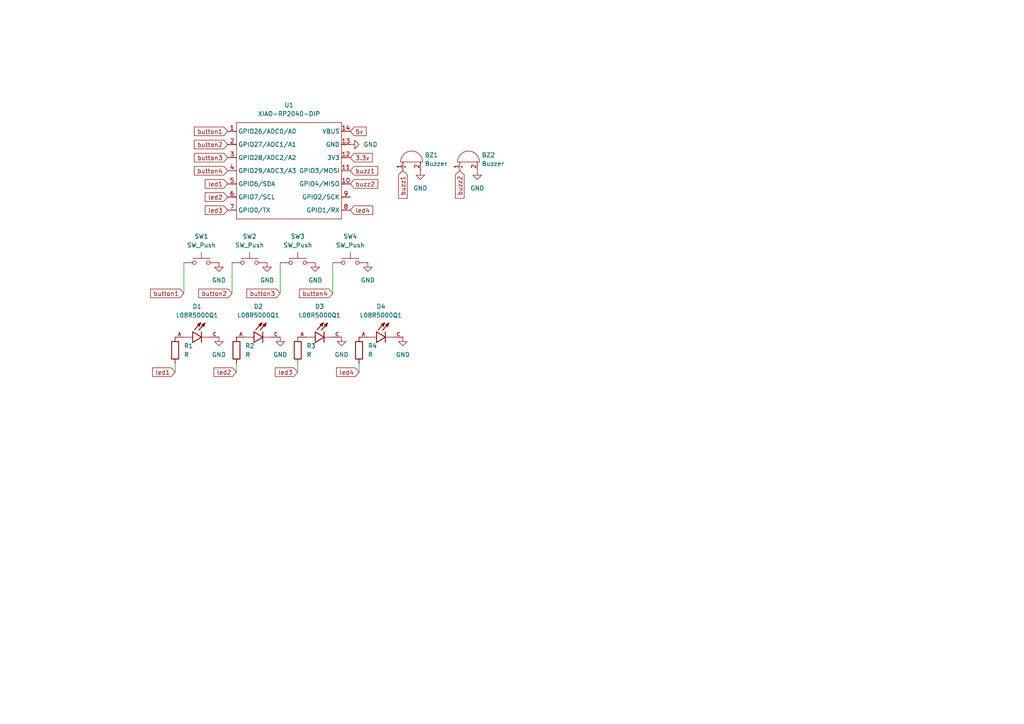
<source format=kicad_sch>
(kicad_sch (version 20250114) (generator "eeschema") (generator_version "9.0")
  (paper "A4")
  (lib_symbols
    (symbol "Device:Buzzer" (pin_names (offset 0.0254) (hide yes))
      (property "Reference" "BZ" (at 3.81 1.27 0))
      (property "Value" "Buzzer" (at 3.81 -1.27 0))
      (symbol "Buzzer_0_1"
        (polyline (pts (xy -1.651 1.905) (xy -1.143 1.905)))
        (polyline (pts (xy -1.397 2.159) (xy -1.397 1.651)))
        (arc (start 0 3.175) (mid 3.1612 0) (end 0 -3.175))
        (polyline (pts (xy 0 3.175) (xy 0 -3.175)))
      )
      (symbol "Buzzer_1_1"
        (pin passive line (at -2.54 2.54 0) (length 2.54) (name "+") (number "1"))
        (pin passive line (at -2.54 -2.54 0) (length 2.54) (name "-") (number "2"))
      )
    )
    (symbol "Device:R" (pin_numbers (hide yes)) (pin_names (offset 0))
      (property "Reference" "R" (at 2.032 0 90))
      (property "Value" "R" (at 0 0 90))
      (symbol "R_0_1"
        (rectangle (start -1.016 -2.54) (end 1.016 2.54) (stroke (width 0.254)))
      )
      (symbol "R_1_1"
        (pin passive line (at 0 3.81 270) (length 1.27) (name "~") (number "1"))
        (pin passive line (at 0 -3.81 90) (length 1.27) (name "~") (number "2"))
      )
    )
    (symbol "LED PATHFINDER:L08R5000Q1" (pin_names (offset 1.016))
      (property "Reference" "D" (at -3.0988 4.4958 0))
      (property "Value" "L08R5000Q1" (at -3.556 -3.302 0))
      (symbol "L08R5000Q1_0_0"
        (polyline (pts (xy -2.54 1.524) (xy -2.54 0)) (stroke (width 0.254)))
        (polyline (pts (xy -2.54 0) (xy -5.08 0)) (stroke (width 0.1524)))
        (polyline (pts (xy -2.54 0) (xy -2.54 -1.524)) (stroke (width 0.254)))
        (polyline (pts (xy -2.54 -1.524) (xy 0 0)) (stroke (width 0.254)))
        (polyline (pts (xy -1.1176 3.683) (xy -0.2286 4.1656)) (stroke (width 0.254)))
        (polyline (pts (xy -0.9398 3.6068) (xy -0.7112 3.7592)) (stroke (width 0.254)))
        (polyline (pts (xy -0.5588 3.2004) (xy -1.1176 3.683)) (stroke (width 0.254)))
        (polyline (pts (xy -0.5588 3.2004) (xy -0.5334 3.937)) (stroke (width 0.254)))
        (polyline (pts (xy -0.5334 3.937) (xy -0.6604 3.937)) (stroke (width 0.254)))
        (polyline (pts (xy -0.2286 4.1656) (xy -2.0066 2.1336)) (stroke (width 0.254)))
        (polyline (pts (xy -0.2286 4.1656) (xy -0.5588 3.2004)) (stroke (width 0.254)))
        (polyline (pts (xy 0 1.524) (xy 0 0)) (stroke (width 0.254)))
        (polyline (pts (xy 0 0) (xy -2.54 1.524)) (stroke (width 0.254)))
        (polyline (pts (xy 0 0) (xy 0 -1.524)) (stroke (width 0.254)))
        (polyline (pts (xy 0.127 3.5814) (xy 1.016 4.064)) (stroke (width 0.254)))
        (polyline (pts (xy 0.3048 3.5052) (xy 0.5334 3.6576)) (stroke (width 0.254)))
        (polyline (pts (xy 0.6858 3.0988) (xy 0.127 3.5814)) (stroke (width 0.254)))
        (polyline (pts (xy 0.6858 3.0988) (xy 0.7112 3.8354)) (stroke (width 0.254)))
        (polyline (pts (xy 0.7112 3.8354) (xy 0.5842 3.8354)) (stroke (width 0.254)))
        (polyline (pts (xy 1.016 4.064) (xy -0.762 2.032)) (stroke (width 0.254)))
        (polyline (pts (xy 1.016 4.064) (xy 0.6858 3.0988)) (stroke (width 0.254)))
        (polyline (pts (xy 2.54 0) (xy 0 0)) (stroke (width 0.1524)))
        (pin passive line (at -7.62 0 0) (length 2.54) (name "~") (number "A"))
        (pin passive line (at 5.08 0 180) (length 2.54) (name "~") (number "C"))
      )
    )
    (symbol "Switch:SW_Push" (pin_numbers (hide yes)) (pin_names (offset 1.016) (hide yes))
      (property "Reference" "SW" (at 1.27 2.54 0))
      (property "Value" "SW_Push" (at 0 -1.524 0))
      (symbol "SW_Push_0_1"
        (circle (center -2.032 0) (radius 0.508))
        (polyline (pts (xy 0 1.27) (xy 0 3.048)))
        (circle (center 2.032 0) (radius 0.508))
        (polyline (pts (xy 2.54 1.27) (xy -2.54 1.27)))
        (pin passive line (at -5.08 0 0) (length 2.54) (name "1") (number "1"))
        (pin passive line (at 5.08 0 180) (length 2.54) (name "2") (number "2"))
      )
    )
    (symbol "XIAO STUDIO:XIAO-RP2040-DIP"
      (property "Reference" "U" (at 0 0 0))
      (property "Value" "XIAO-RP2040-DIP" (at 5.334 -1.778 0))
      (symbol "XIAO-RP2040-DIP_1_0"
        (polyline (pts (xy -1.27 -2.54) (xy 29.21 -2.54)) (stroke (width 0.1524)))
        (polyline (pts (xy -1.27 -5.08) (xy -2.54 -5.08)) (stroke (width 0.1524)))
        (polyline (pts (xy -1.27 -5.08) (xy -1.27 -2.54)) (stroke (width 0.1524)))
        (polyline (pts (xy -1.27 -8.89) (xy -2.54 -8.89)) (stroke (width 0.1524)))
        (polyline (pts (xy -1.27 -8.89) (xy -1.27 -5.08)) (stroke (width 0.1524)))
        (polyline (pts (xy -1.27 -12.7) (xy -2.54 -12.7)) (stroke (width 0.1524)))
        (polyline (pts (xy -1.27 -12.7) (xy -1.27 -8.89)) (stroke (width 0.1524)))
        (polyline (pts (xy -1.27 -16.51) (xy -2.54 -16.51)) (stroke (width 0.1524)))
        (polyline (pts (xy -1.27 -16.51) (xy -1.27 -12.7)) (stroke (width 0.1524)))
        (polyline (pts (xy -1.27 -20.32) (xy -2.54 -20.32)) (stroke (width 0.1524)))
        (polyline (pts (xy -1.27 -24.13) (xy -2.54 -24.13)) (stroke (width 0.1524)))
        (polyline (pts (xy -1.27 -27.94) (xy -2.54 -27.94)) (stroke (width 0.1524)))
        (polyline (pts (xy -1.27 -30.48) (xy -1.27 -16.51)) (stroke (width 0.1524)))
        (polyline (pts (xy 29.21 -2.54) (xy 29.21 -5.08)) (stroke (width 0.1524)))
        (polyline (pts (xy 29.21 -5.08) (xy 29.21 -8.89)) (stroke (width 0.1524)))
        (polyline (pts (xy 29.21 -8.89) (xy 29.21 -12.7)) (stroke (width 0.1524)))
        (polyline (pts (xy 29.21 -12.7) (xy 29.21 -30.48)) (stroke (width 0.1524)))
        (polyline (pts (xy 29.21 -30.48) (xy -1.27 -30.48)) (stroke (width 0.1524)))
        (polyline (pts (xy 30.48 -5.08) (xy 29.21 -5.08)) (stroke (width 0.1524)))
        (polyline (pts (xy 30.48 -8.89) (xy 29.21 -8.89)) (stroke (width 0.1524)))
        (polyline (pts (xy 30.48 -12.7) (xy 29.21 -12.7)) (stroke (width 0.1524)))
        (polyline (pts (xy 30.48 -16.51) (xy 29.21 -16.51)) (stroke (width 0.1524)))
        (polyline (pts (xy 30.48 -20.32) (xy 29.21 -20.32)) (stroke (width 0.1524)))
        (polyline (pts (xy 30.48 -24.13) (xy 29.21 -24.13)) (stroke (width 0.1524)))
        (polyline (pts (xy 30.48 -27.94) (xy 29.21 -27.94)) (stroke (width 0.1524)))
        (pin passive line (at -3.81 -5.08 0) (length 2.54) (name "GPIO26/ADC0/A0") (number "1"))
        (pin passive line (at -3.81 -8.89 0) (length 2.54) (name "GPIO27/ADC1/A1") (number "2"))
        (pin passive line (at -3.81 -12.7 0) (length 2.54) (name "GPIO28/ADC2/A2") (number "3"))
        (pin passive line (at -3.81 -16.51 0) (length 2.54) (name "GPIO29/ADC3/A3") (number "4"))
        (pin passive line (at -3.81 -20.32 0) (length 2.54) (name "GPIO6/SDA") (number "5"))
        (pin passive line (at -3.81 -24.13 0) (length 2.54) (name "GPIO7/SCL") (number "6"))
        (pin passive line (at -3.81 -27.94 0) (length 2.54) (name "GPIO0/TX") (number "7"))
        (pin passive line (at 31.75 -5.08 180) (length 2.54) (name "VBUS") (number "14"))
        (pin passive line (at 31.75 -8.89 180) (length 2.54) (name "GND") (number "13"))
        (pin passive line (at 31.75 -12.7 180) (length 2.54) (name "3V3") (number "12"))
        (pin passive line (at 31.75 -16.51 180) (length 2.54) (name "GPIO3/MOSI") (number "11"))
        (pin passive line (at 31.75 -20.32 180) (length 2.54) (name "GPIO4/MISO") (number "10"))
        (pin passive line (at 31.75 -24.13 180) (length 2.54) (name "GPIO2/SCK") (number "9"))
        (pin passive line (at 31.75 -27.94 180) (length 2.54) (name "GPIO1/RX") (number "8"))
      )
    )
    (symbol "power:GND" (power) (pin_numbers (hide yes)) (pin_names (offset 0) (hide yes))
      (property "Value" "GND" (at 0 -3.81 0))
      (symbol "GND_0_1"
        (polyline (pts (xy 0 0) (xy 0 -1.27) (xy 1.27 -1.27) (xy 0 -2.54) (xy -1.27 -1.27) (xy 0 -1.27)))
      )
      (symbol "GND_1_1"
        (pin power_in line (at 0 0 270) (length 0) (name "~") (number "1"))
      )
    )
  )
  (wire (pts (xy 81.28 76.2) (xy 81.28 85.09)))
  (wire (pts (xy 68.58 107.95) (xy 68.58 105.41)))
  (wire (pts (xy 104.14 107.95) (xy 104.14 105.41)))
  (wire (pts (xy 50.8 107.95) (xy 50.8 105.41)))
  (wire (pts (xy 67.31 76.2) (xy 67.31 85.09)))
  (wire (pts (xy 86.36 107.95) (xy 86.36 105.41)))
  (wire (pts (xy 53.34 76.2) (xy 53.34 85.09)))
  (wire (pts (xy 96.52 76.2) (xy 96.52 85.09)))
  (global_label "buzz1" (shape input) (at 116.84 49.53 270) (property "Intersheetrefs" "${INTERSHEET_REFS}" (effects (hide yes))))
  (global_label "led4" (shape input) (at 104.14 107.95 180) (property "Intersheetrefs" "${INTERSHEET_REFS}" (effects (hide yes))))
  (global_label "buzz1" (shape input) (at 101.6 49.53 0) (property "Intersheetrefs" "${INTERSHEET_REFS}" (effects (hide yes))))
  (global_label "led1" (shape input) (at 50.8 107.95 180) (property "Intersheetrefs" "${INTERSHEET_REFS}" (effects (hide yes))))
  (global_label "button3" (shape input) (at 81.28 85.09 180) (property "Intersheetrefs" "${INTERSHEET_REFS}" (effects (hide yes))))
  (global_label "button4" (shape input) (at 96.52 85.09 180) (property "Intersheetrefs" "${INTERSHEET_REFS}" (effects (hide yes))))
  (global_label "button4" (shape input) (at 66.04 49.53 180) (property "Intersheetrefs" "${INTERSHEET_REFS}" (effects (hide yes))))
  (global_label "button1" (shape input) (at 53.34 85.09 180) (property "Intersheetrefs" "${INTERSHEET_REFS}" (effects (hide yes))))
  (global_label "buzz2" (shape input) (at 101.6 53.34 0) (property "Intersheetrefs" "${INTERSHEET_REFS}" (effects (hide yes))))
  (global_label "led2" (shape input) (at 66.04 57.15 180) (property "Intersheetrefs" "${INTERSHEET_REFS}" (effects (hide yes))))
  (global_label "led3" (shape input) (at 66.04 60.96 180) (property "Intersheetrefs" "${INTERSHEET_REFS}" (effects (hide yes))))
  (global_label "3.3v" (shape input) (at 101.6 45.72 0) (property "Intersheetrefs" "${INTERSHEET_REFS}" (effects (hide yes))))
  (global_label "led4" (shape input) (at 101.6 60.96 0) (property "Intersheetrefs" "${INTERSHEET_REFS}" (effects (hide yes))))
  (global_label "led1" (shape input) (at 66.04 53.34 180) (property "Intersheetrefs" "${INTERSHEET_REFS}" (effects (hide yes))))
  (global_label "5v" (shape input) (at 101.6 38.1 0) (property "Intersheetrefs" "${INTERSHEET_REFS}" (effects (hide yes))))
  (global_label "button2" (shape input) (at 66.04 41.91 180) (property "Intersheetrefs" "${INTERSHEET_REFS}" (effects (hide yes))))
  (global_label "led3" (shape input) (at 86.36 107.95 180) (property "Intersheetrefs" "${INTERSHEET_REFS}" (effects (hide yes))))
  (global_label "button2" (shape input) (at 67.31 85.09 180) (property "Intersheetrefs" "${INTERSHEET_REFS}" (effects (hide yes))))
  (global_label "buzz2" (shape input) (at 133.35 49.53 270) (property "Intersheetrefs" "${INTERSHEET_REFS}" (effects (hide yes))))
  (global_label "button3" (shape input) (at 66.04 45.72 180) (property "Intersheetrefs" "${INTERSHEET_REFS}" (effects (hide yes))))
  (global_label "button1" (shape input) (at 66.04 38.1 180) (property "Intersheetrefs" "${INTERSHEET_REFS}" (effects (hide yes))))
  (global_label "led2" (shape input) (at 68.58 107.95 180) (property "Intersheetrefs" "${INTERSHEET_REFS}" (effects (hide yes))))
  (symbol (lib_id "Switch:SW_Push") (at 72.39 76.2 0) (unit 1)
    (property "Reference" "SW2" (at 72.39 68.58 0))
    (property "Value" "SW_Push" (at 72.39 71.12 0))
    (property "Footprint" "Button_Switch_Keyboard:SW_Cherry_MX_1.00u_PCB" (effects (hide yes)))
    (property "Description" "Push button switch, generic, two pins" (effects (hide yes)))
  )
  (symbol (lib_id "Device:R") (at 86.36 101.6 0) (unit 1)
    (property "Reference" "R3" (at 88.9 100.3299 0) (effects (justify left)))
    (property "Value" "R" (at 88.9 102.8699 0) (effects (justify left)))
    (property "Footprint" "Resistor_THT:R_Axial_DIN0204_L3.6mm_D1.6mm_P5.08mm_Horizontal" (effects (hide yes)))
    (property "Description" "Resistor" (effects (hide yes)))
  )
  (symbol (lib_id "Switch:SW_Push") (at 58.42 76.2 0) (unit 1)
    (property "Reference" "SW1" (at 58.42 68.58 0))
    (property "Value" "SW_Push" (at 58.42 71.12 0))
    (property "Footprint" "Button_Switch_Keyboard:SW_Cherry_MX_1.00u_PCB" (effects (hide yes)))
    (property "Description" "Push button switch, generic, two pins" (effects (hide yes)))
  )
  (symbol (lib_id "power:GND") (at 63.5 76.2 0) (unit 1)
    (property "Reference" "#PWR05" (effects (hide yes)))
    (property "Value" "GND" (at 63.5 81.28 0))
    (property "Description" "Power symbol creates a global label with name \"GND\" , ground" (effects (hide yes)))
  )
  (symbol (lib_id "power:GND") (at 116.84 97.79 0) (unit 1)
    (property "Reference" "#PWR09" (effects (hide yes)))
    (property "Value" "GND" (at 116.84 102.87 0))
    (property "Description" "Power symbol creates a global label with name \"GND\" , ground" (effects (hide yes)))
  )
  (symbol (lib_id "power:GND") (at 138.43 49.53 0) (unit 1)
    (property "Reference" "#PWR011" (effects (hide yes)))
    (property "Value" "GND" (at 138.43 54.61 0))
    (property "Description" "Power symbol creates a global label with name \"GND\" , ground" (effects (hide yes)))
  )
  (symbol (lib_id "Switch:SW_Push") (at 86.36 76.2 0) (unit 1)
    (property "Reference" "SW3" (at 86.36 68.58 0))
    (property "Value" "SW_Push" (at 86.36 71.12 0))
    (property "Footprint" "Button_Switch_Keyboard:SW_Cherry_MX_1.00u_PCB" (effects (hide yes)))
    (property "Description" "Push button switch, generic, two pins" (effects (hide yes)))
  )
  (symbol (lib_id "Device:R") (at 68.58 101.6 0) (unit 1)
    (property "Reference" "R2" (at 71.12 100.3299 0) (effects (justify left)))
    (property "Value" "R" (at 71.12 102.8699 0) (effects (justify left)))
    (property "Footprint" "Resistor_THT:R_Axial_DIN0204_L3.6mm_D1.6mm_P5.08mm_Horizontal" (effects (hide yes)))
    (property "Description" "Resistor" (effects (hide yes)))
  )
  (symbol (lib_id "XIAO STUDIO:XIAO-RP2040-DIP") (at 69.85 33.02 0) (unit 1)
    (property "Reference" "U1" (at 83.82 30.48 0))
    (property "Value" "XIAO-RP2040-DIP" (at 83.82 33.02 0))
    (property "Footprint" "MyLibrary:XIAO-RP2040-DIP" (effects (hide yes)))
  )
  (symbol (lib_id "Device:Buzzer") (at 119.38 46.99 90) (unit 1)
    (property "Reference" "BZ1" (at 123.19 44.9648 90) (effects (justify right)))
    (property "Value" "Buzzer" (at 123.19 47.5048 90) (effects (justify right)))
    (property "Footprint" "Buzzer_Beeper:Buzzer_12x9.5RM7.6" (effects (hide yes)))
    (property "Description" "Buzzer, polarized" (effects (hide yes)))
  )
  (symbol (lib_id "Device:Buzzer") (at 135.89 46.99 90) (unit 1)
    (property "Reference" "BZ2" (at 139.7 44.9648 90) (effects (justify right)))
    (property "Value" "Buzzer" (at 139.7 47.5048 90) (effects (justify right)))
    (property "Footprint" "Buzzer_Beeper:Buzzer_12x9.5RM7.6" (effects (hide yes)))
    (property "Description" "Buzzer, polarized" (effects (hide yes)))
  )
  (symbol (lib_id "LED PATHFINDER:L08R5000Q1") (at 76.2 97.79 0) (unit 1)
    (property "Reference" "D2" (at 74.93 88.9 0))
    (property "Value" "L08R5000Q1" (at 74.93 91.44 0))
    (property "Footprint" "MyLibrary:LEDRD254W57D500H1070" (effects (hide yes)))
    (property "MF" "LED Technology" (effects (hide yes)))
    (property "MAXIMUM_PACKAGE_HEIGHT" "10.7mm" (effects (hide yes)))
    (property "Package" "None" (effects (hide yes)))
    (property "Price" "None" (effects (hide yes)))
    (property "Check_prices" "https://www.snapeda.com/parts/L08R5000Q1/LED+Technology/view-part/?ref=eda" (effects (hide yes)))
    (property "STANDARD" "IPC-7351B" (effects (hide yes)))
    (property "PARTREV" "NA" (effects (hide yes)))
    (property "SnapEDA_Link" "https://www.snapeda.com/parts/L08R5000Q1/LED+Technology/view-part/?ref=snap" (effects (hide yes)))
    (property "MP" "L08R5000Q1" (effects (hide yes)))
    (property "Description_1" "LED, 5MM, ORANGE; LED / Lamp Size: 5mm / T-1 3/4; LED Colour: Orange; Typ Luminous Intensity: 4.3mcd; Viewing Angle: ..." (effects (hide yes)))
    (property "Availability" "Not in stock" (effects (hide yes)))
    (property "MANUFACTURER" "LED TECHNOLOGY" (effects (hide yes)))
  )
  (symbol (lib_id "Switch:SW_Push") (at 101.6 76.2 0) (unit 1)
    (property "Reference" "SW4" (at 101.6 68.58 0))
    (property "Value" "SW_Push" (at 101.6 71.12 0))
    (property "Footprint" "Button_Switch_Keyboard:SW_Cherry_MX_1.00u_PCB" (effects (hide yes)))
    (property "Description" "Push button switch, generic, two pins" (effects (hide yes)))
  )
  (symbol (lib_id "Device:R") (at 50.8 101.6 0) (unit 1)
    (property "Reference" "R1" (at 53.34 100.3299 0) (effects (justify left)))
    (property "Value" "R" (at 53.34 102.8699 0) (effects (justify left)))
    (property "Footprint" "Resistor_THT:R_Axial_DIN0204_L3.6mm_D1.6mm_P5.08mm_Horizontal" (effects (hide yes)))
    (property "Description" "Resistor" (effects (hide yes)))
  )
  (symbol (lib_id "power:GND") (at 101.6 41.91 90) (unit 1)
    (property "Reference" "#PWR01" (effects (hide yes)))
    (property "Value" "GND" (at 105.41 41.9099 90) (effects (justify right)))
    (property "Description" "Power symbol creates a global label with name \"GND\" , ground" (effects (hide yes)))
  )
  (symbol (lib_id "Device:R") (at 104.14 101.6 0) (unit 1)
    (property "Reference" "R4" (at 106.68 100.3299 0) (effects (justify left)))
    (property "Value" "R" (at 106.68 102.8699 0) (effects (justify left)))
    (property "Footprint" "Resistor_THT:R_Axial_DIN0204_L3.6mm_D1.6mm_P5.08mm_Horizontal" (effects (hide yes)))
    (property "Description" "Resistor" (effects (hide yes)))
  )
  (symbol (lib_id "power:GND") (at 121.92 49.53 0) (unit 1)
    (property "Reference" "#PWR010" (effects (hide yes)))
    (property "Value" "GND" (at 121.92 54.61 0))
    (property "Description" "Power symbol creates a global label with name \"GND\" , ground" (effects (hide yes)))
  )
  (symbol (lib_id "LED PATHFINDER:L08R5000Q1") (at 58.42 97.79 0) (unit 1)
    (property "Reference" "D1" (at 57.15 88.9 0))
    (property "Value" "L08R5000Q1" (at 57.15 91.44 0))
    (property "Footprint" "MyLibrary:LEDRD254W57D500H1070" (effects (hide yes)))
    (property "MF" "LED Technology" (effects (hide yes)))
    (property "MAXIMUM_PACKAGE_HEIGHT" "10.7mm" (effects (hide yes)))
    (property "Package" "None" (effects (hide yes)))
    (property "Price" "None" (effects (hide yes)))
    (property "Check_prices" "https://www.snapeda.com/parts/L08R5000Q1/LED+Technology/view-part/?ref=eda" (effects (hide yes)))
    (property "STANDARD" "IPC-7351B" (effects (hide yes)))
    (property "PARTREV" "NA" (effects (hide yes)))
    (property "SnapEDA_Link" "https://www.snapeda.com/parts/L08R5000Q1/LED+Technology/view-part/?ref=snap" (effects (hide yes)))
    (property "MP" "L08R5000Q1" (effects (hide yes)))
    (property "Description_1" "LED, 5MM, ORANGE; LED / Lamp Size: 5mm / T-1 3/4; LED Colour: Orange; Typ Luminous Intensity: 4.3mcd; Viewing Angle: ..." (effects (hide yes)))
    (property "Availability" "Not in stock" (effects (hide yes)))
    (property "MANUFACTURER" "LED TECHNOLOGY" (effects (hide yes)))
  )
  (symbol (lib_id "power:GND") (at 77.47 76.2 0) (unit 1)
    (property "Reference" "#PWR04" (effects (hide yes)))
    (property "Value" "GND" (at 77.47 81.28 0))
    (property "Description" "Power symbol creates a global label with name \"GND\" , ground" (effects (hide yes)))
  )
  (symbol (lib_id "power:GND") (at 63.5 97.79 0) (unit 1)
    (property "Reference" "#PWR06" (effects (hide yes)))
    (property "Value" "GND" (at 63.5 102.87 0))
    (property "Description" "Power symbol creates a global label with name \"GND\" , ground" (effects (hide yes)))
  )
  (symbol (lib_id "power:GND") (at 91.44 76.2 0) (unit 1)
    (property "Reference" "#PWR03" (effects (hide yes)))
    (property "Value" "GND" (at 91.44 81.28 0))
    (property "Description" "Power symbol creates a global label with name \"GND\" , ground" (effects (hide yes)))
  )
  (symbol (lib_id "power:GND") (at 81.28 97.79 0) (unit 1)
    (property "Reference" "#PWR07" (effects (hide yes)))
    (property "Value" "GND" (at 81.28 102.87 0))
    (property "Description" "Power symbol creates a global label with name \"GND\" , ground" (effects (hide yes)))
  )
  (symbol (lib_id "LED PATHFINDER:L08R5000Q1") (at 93.98 97.79 0) (unit 1)
    (property "Reference" "D3" (at 92.71 88.9 0))
    (property "Value" "L08R5000Q1" (at 92.71 91.44 0))
    (property "Footprint" "MyLibrary:LEDRD254W57D500H1070" (effects (hide yes)))
    (property "MF" "LED Technology" (effects (hide yes)))
    (property "MAXIMUM_PACKAGE_HEIGHT" "10.7mm" (effects (hide yes)))
    (property "Package" "None" (effects (hide yes)))
    (property "Price" "None" (effects (hide yes)))
    (property "Check_prices" "https://www.snapeda.com/parts/L08R5000Q1/LED+Technology/view-part/?ref=eda" (effects (hide yes)))
    (property "STANDARD" "IPC-7351B" (effects (hide yes)))
    (property "PARTREV" "NA" (effects (hide yes)))
    (property "SnapEDA_Link" "https://www.snapeda.com/parts/L08R5000Q1/LED+Technology/view-part/?ref=snap" (effects (hide yes)))
    (property "MP" "L08R5000Q1" (effects (hide yes)))
    (property "Description_1" "LED, 5MM, ORANGE; LED / Lamp Size: 5mm / T-1 3/4; LED Colour: Orange; Typ Luminous Intensity: 4.3mcd; Viewing Angle: ..." (effects (hide yes)))
    (property "Availability" "Not in stock" (effects (hide yes)))
    (property "MANUFACTURER" "LED TECHNOLOGY" (effects (hide yes)))
  )
  (symbol (lib_id "power:GND") (at 106.68 76.2 0) (unit 1)
    (property "Reference" "#PWR02" (effects (hide yes)))
    (property "Value" "GND" (at 106.68 81.28 0))
    (property "Description" "Power symbol creates a global label with name \"GND\" , ground" (effects (hide yes)))
  )
  (symbol (lib_id "LED PATHFINDER:L08R5000Q1") (at 111.76 97.79 0) (unit 1)
    (property "Reference" "D4" (at 110.49 88.9 0))
    (property "Value" "L08R5000Q1" (at 110.49 91.44 0))
    (property "Footprint" "MyLibrary:LEDRD254W57D500H1070" (effects (hide yes)))
    (property "MF" "LED Technology" (effects (hide yes)))
    (property "MAXIMUM_PACKAGE_HEIGHT" "10.7mm" (effects (hide yes)))
    (property "Package" "None" (effects (hide yes)))
    (property "Price" "None" (effects (hide yes)))
    (property "Check_prices" "https://www.snapeda.com/parts/L08R5000Q1/LED+Technology/view-part/?ref=eda" (effects (hide yes)))
    (property "STANDARD" "IPC-7351B" (effects (hide yes)))
    (property "PARTREV" "NA" (effects (hide yes)))
    (property "SnapEDA_Link" "https://www.snapeda.com/parts/L08R5000Q1/LED+Technology/view-part/?ref=snap" (effects (hide yes)))
    (property "MP" "L08R5000Q1" (effects (hide yes)))
    (property "Description_1" "LED, 5MM, ORANGE; LED / Lamp Size: 5mm / T-1 3/4; LED Colour: Orange; Typ Luminous Intensity: 4.3mcd; Viewing Angle: ..." (effects (hide yes)))
    (property "Availability" "Not in stock" (effects (hide yes)))
    (property "MANUFACTURER" "LED TECHNOLOGY" (effects (hide yes)))
  )
  (symbol (lib_id "power:GND") (at 99.06 97.79 0) (unit 1)
    (property "Reference" "#PWR08" (effects (hide yes)))
    (property "Value" "GND" (at 99.06 102.87 0))
    (property "Description" "Power symbol creates a global label with name \"GND\" , ground" (effects (hide yes)))
  )
)
</source>
